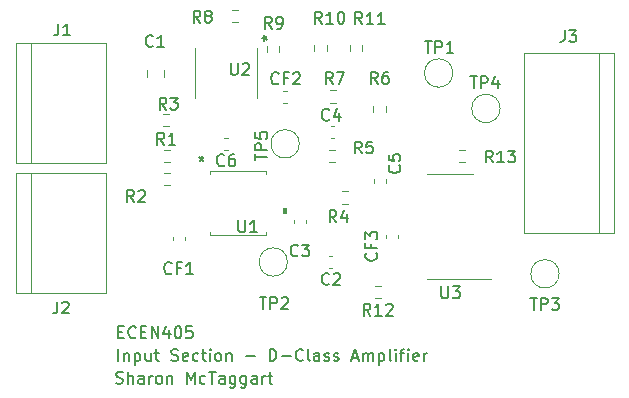
<source format=gto>
G04 #@! TF.GenerationSoftware,KiCad,Pcbnew,(5.1.9)-1*
G04 #@! TF.CreationDate,2021-08-16T02:32:57+12:00*
G04 #@! TF.ProjectId,Input,496e7075-742e-46b6-9963-61645f706362,rev?*
G04 #@! TF.SameCoordinates,Original*
G04 #@! TF.FileFunction,Legend,Top*
G04 #@! TF.FilePolarity,Positive*
%FSLAX46Y46*%
G04 Gerber Fmt 4.6, Leading zero omitted, Abs format (unit mm)*
G04 Created by KiCad (PCBNEW (5.1.9)-1) date 2021-08-16 02:32:57*
%MOMM*%
%LPD*%
G01*
G04 APERTURE LIST*
%ADD10C,0.150000*%
%ADD11C,0.120000*%
%ADD12C,0.100000*%
%ADD13R,0.533400X1.460500*%
%ADD14R,1.473200X0.355600*%
%ADD15C,2.000000*%
%ADD16C,3.000000*%
%ADD17R,3.000000X3.000000*%
%ADD18C,5.700000*%
G04 APERTURE END LIST*
D10*
X144678571Y387745238D02*
X144821428Y387697619D01*
X145059523Y387697619D01*
X145154761Y387745238D01*
X145202380Y387792857D01*
X145250000Y387888095D01*
X145250000Y387983333D01*
X145202380Y388078571D01*
X145154761Y388126190D01*
X145059523Y388173809D01*
X144869047Y388221428D01*
X144773809Y388269047D01*
X144726190Y388316666D01*
X144678571Y388411904D01*
X144678571Y388507142D01*
X144726190Y388602380D01*
X144773809Y388650000D01*
X144869047Y388697619D01*
X145107142Y388697619D01*
X145250000Y388650000D01*
X145678571Y387697619D02*
X145678571Y388697619D01*
X146107142Y387697619D02*
X146107142Y388221428D01*
X146059523Y388316666D01*
X145964285Y388364285D01*
X145821428Y388364285D01*
X145726190Y388316666D01*
X145678571Y388269047D01*
X147011904Y387697619D02*
X147011904Y388221428D01*
X146964285Y388316666D01*
X146869047Y388364285D01*
X146678571Y388364285D01*
X146583333Y388316666D01*
X147011904Y387745238D02*
X146916666Y387697619D01*
X146678571Y387697619D01*
X146583333Y387745238D01*
X146535714Y387840476D01*
X146535714Y387935714D01*
X146583333Y388030952D01*
X146678571Y388078571D01*
X146916666Y388078571D01*
X147011904Y388126190D01*
X147488095Y387697619D02*
X147488095Y388364285D01*
X147488095Y388173809D02*
X147535714Y388269047D01*
X147583333Y388316666D01*
X147678571Y388364285D01*
X147773809Y388364285D01*
X148250000Y387697619D02*
X148154761Y387745238D01*
X148107142Y387792857D01*
X148059523Y387888095D01*
X148059523Y388173809D01*
X148107142Y388269047D01*
X148154761Y388316666D01*
X148250000Y388364285D01*
X148392857Y388364285D01*
X148488095Y388316666D01*
X148535714Y388269047D01*
X148583333Y388173809D01*
X148583333Y387888095D01*
X148535714Y387792857D01*
X148488095Y387745238D01*
X148392857Y387697619D01*
X148250000Y387697619D01*
X149011904Y388364285D02*
X149011904Y387697619D01*
X149011904Y388269047D02*
X149059523Y388316666D01*
X149154761Y388364285D01*
X149297619Y388364285D01*
X149392857Y388316666D01*
X149440476Y388221428D01*
X149440476Y387697619D01*
X150678571Y387697619D02*
X150678571Y388697619D01*
X151011904Y387983333D01*
X151345238Y388697619D01*
X151345238Y387697619D01*
X152250000Y387745238D02*
X152154761Y387697619D01*
X151964285Y387697619D01*
X151869047Y387745238D01*
X151821428Y387792857D01*
X151773809Y387888095D01*
X151773809Y388173809D01*
X151821428Y388269047D01*
X151869047Y388316666D01*
X151964285Y388364285D01*
X152154761Y388364285D01*
X152250000Y388316666D01*
X152535714Y388697619D02*
X153107142Y388697619D01*
X152821428Y387697619D02*
X152821428Y388697619D01*
X153869047Y387697619D02*
X153869047Y388221428D01*
X153821428Y388316666D01*
X153726190Y388364285D01*
X153535714Y388364285D01*
X153440476Y388316666D01*
X153869047Y387745238D02*
X153773809Y387697619D01*
X153535714Y387697619D01*
X153440476Y387745238D01*
X153392857Y387840476D01*
X153392857Y387935714D01*
X153440476Y388030952D01*
X153535714Y388078571D01*
X153773809Y388078571D01*
X153869047Y388126190D01*
X154773809Y388364285D02*
X154773809Y387554761D01*
X154726190Y387459523D01*
X154678571Y387411904D01*
X154583333Y387364285D01*
X154440476Y387364285D01*
X154345238Y387411904D01*
X154773809Y387745238D02*
X154678571Y387697619D01*
X154488095Y387697619D01*
X154392857Y387745238D01*
X154345238Y387792857D01*
X154297619Y387888095D01*
X154297619Y388173809D01*
X154345238Y388269047D01*
X154392857Y388316666D01*
X154488095Y388364285D01*
X154678571Y388364285D01*
X154773809Y388316666D01*
X155678571Y388364285D02*
X155678571Y387554761D01*
X155630952Y387459523D01*
X155583333Y387411904D01*
X155488095Y387364285D01*
X155345238Y387364285D01*
X155250000Y387411904D01*
X155678571Y387745238D02*
X155583333Y387697619D01*
X155392857Y387697619D01*
X155297619Y387745238D01*
X155250000Y387792857D01*
X155202380Y387888095D01*
X155202380Y388173809D01*
X155250000Y388269047D01*
X155297619Y388316666D01*
X155392857Y388364285D01*
X155583333Y388364285D01*
X155678571Y388316666D01*
X156583333Y387697619D02*
X156583333Y388221428D01*
X156535714Y388316666D01*
X156440476Y388364285D01*
X156250000Y388364285D01*
X156154761Y388316666D01*
X156583333Y387745238D02*
X156488095Y387697619D01*
X156250000Y387697619D01*
X156154761Y387745238D01*
X156107142Y387840476D01*
X156107142Y387935714D01*
X156154761Y388030952D01*
X156250000Y388078571D01*
X156488095Y388078571D01*
X156583333Y388126190D01*
X157059523Y387697619D02*
X157059523Y388364285D01*
X157059523Y388173809D02*
X157107142Y388269047D01*
X157154761Y388316666D01*
X157250000Y388364285D01*
X157345238Y388364285D01*
X157535714Y388364285D02*
X157916666Y388364285D01*
X157678571Y388697619D02*
X157678571Y387840476D01*
X157726190Y387745238D01*
X157821428Y387697619D01*
X157916666Y387697619D01*
X144890000Y389627619D02*
X144890000Y390627619D01*
X145366190Y390294285D02*
X145366190Y389627619D01*
X145366190Y390199047D02*
X145413809Y390246666D01*
X145509047Y390294285D01*
X145651904Y390294285D01*
X145747142Y390246666D01*
X145794761Y390151428D01*
X145794761Y389627619D01*
X146270952Y390294285D02*
X146270952Y389294285D01*
X146270952Y390246666D02*
X146366190Y390294285D01*
X146556666Y390294285D01*
X146651904Y390246666D01*
X146699523Y390199047D01*
X146747142Y390103809D01*
X146747142Y389818095D01*
X146699523Y389722857D01*
X146651904Y389675238D01*
X146556666Y389627619D01*
X146366190Y389627619D01*
X146270952Y389675238D01*
X147604285Y390294285D02*
X147604285Y389627619D01*
X147175714Y390294285D02*
X147175714Y389770476D01*
X147223333Y389675238D01*
X147318571Y389627619D01*
X147461428Y389627619D01*
X147556666Y389675238D01*
X147604285Y389722857D01*
X147937619Y390294285D02*
X148318571Y390294285D01*
X148080476Y390627619D02*
X148080476Y389770476D01*
X148128095Y389675238D01*
X148223333Y389627619D01*
X148318571Y389627619D01*
X149366190Y389675238D02*
X149509047Y389627619D01*
X149747142Y389627619D01*
X149842380Y389675238D01*
X149890000Y389722857D01*
X149937619Y389818095D01*
X149937619Y389913333D01*
X149890000Y390008571D01*
X149842380Y390056190D01*
X149747142Y390103809D01*
X149556666Y390151428D01*
X149461428Y390199047D01*
X149413809Y390246666D01*
X149366190Y390341904D01*
X149366190Y390437142D01*
X149413809Y390532380D01*
X149461428Y390580000D01*
X149556666Y390627619D01*
X149794761Y390627619D01*
X149937619Y390580000D01*
X150747142Y389675238D02*
X150651904Y389627619D01*
X150461428Y389627619D01*
X150366190Y389675238D01*
X150318571Y389770476D01*
X150318571Y390151428D01*
X150366190Y390246666D01*
X150461428Y390294285D01*
X150651904Y390294285D01*
X150747142Y390246666D01*
X150794761Y390151428D01*
X150794761Y390056190D01*
X150318571Y389960952D01*
X151651904Y389675238D02*
X151556666Y389627619D01*
X151366190Y389627619D01*
X151270952Y389675238D01*
X151223333Y389722857D01*
X151175714Y389818095D01*
X151175714Y390103809D01*
X151223333Y390199047D01*
X151270952Y390246666D01*
X151366190Y390294285D01*
X151556666Y390294285D01*
X151651904Y390246666D01*
X151937619Y390294285D02*
X152318571Y390294285D01*
X152080476Y390627619D02*
X152080476Y389770476D01*
X152128095Y389675238D01*
X152223333Y389627619D01*
X152318571Y389627619D01*
X152651904Y389627619D02*
X152651904Y390294285D01*
X152651904Y390627619D02*
X152604285Y390580000D01*
X152651904Y390532380D01*
X152699523Y390580000D01*
X152651904Y390627619D01*
X152651904Y390532380D01*
X153270952Y389627619D02*
X153175714Y389675238D01*
X153128095Y389722857D01*
X153080476Y389818095D01*
X153080476Y390103809D01*
X153128095Y390199047D01*
X153175714Y390246666D01*
X153270952Y390294285D01*
X153413809Y390294285D01*
X153509047Y390246666D01*
X153556666Y390199047D01*
X153604285Y390103809D01*
X153604285Y389818095D01*
X153556666Y389722857D01*
X153509047Y389675238D01*
X153413809Y389627619D01*
X153270952Y389627619D01*
X154032857Y390294285D02*
X154032857Y389627619D01*
X154032857Y390199047D02*
X154080476Y390246666D01*
X154175714Y390294285D01*
X154318571Y390294285D01*
X154413809Y390246666D01*
X154461428Y390151428D01*
X154461428Y389627619D01*
X155699523Y390008571D02*
X156461428Y390008571D01*
X157699523Y389627619D02*
X157699523Y390627619D01*
X157937619Y390627619D01*
X158080476Y390580000D01*
X158175714Y390484761D01*
X158223333Y390389523D01*
X158270952Y390199047D01*
X158270952Y390056190D01*
X158223333Y389865714D01*
X158175714Y389770476D01*
X158080476Y389675238D01*
X157937619Y389627619D01*
X157699523Y389627619D01*
X158699523Y390008571D02*
X159461428Y390008571D01*
X160509047Y389722857D02*
X160461428Y389675238D01*
X160318571Y389627619D01*
X160223333Y389627619D01*
X160080476Y389675238D01*
X159985238Y389770476D01*
X159937619Y389865714D01*
X159890000Y390056190D01*
X159890000Y390199047D01*
X159937619Y390389523D01*
X159985238Y390484761D01*
X160080476Y390580000D01*
X160223333Y390627619D01*
X160318571Y390627619D01*
X160461428Y390580000D01*
X160509047Y390532380D01*
X161080476Y389627619D02*
X160985238Y389675238D01*
X160937619Y389770476D01*
X160937619Y390627619D01*
X161890000Y389627619D02*
X161890000Y390151428D01*
X161842380Y390246666D01*
X161747142Y390294285D01*
X161556666Y390294285D01*
X161461428Y390246666D01*
X161890000Y389675238D02*
X161794761Y389627619D01*
X161556666Y389627619D01*
X161461428Y389675238D01*
X161413809Y389770476D01*
X161413809Y389865714D01*
X161461428Y389960952D01*
X161556666Y390008571D01*
X161794761Y390008571D01*
X161890000Y390056190D01*
X162318571Y389675238D02*
X162413809Y389627619D01*
X162604285Y389627619D01*
X162699523Y389675238D01*
X162747142Y389770476D01*
X162747142Y389818095D01*
X162699523Y389913333D01*
X162604285Y389960952D01*
X162461428Y389960952D01*
X162366190Y390008571D01*
X162318571Y390103809D01*
X162318571Y390151428D01*
X162366190Y390246666D01*
X162461428Y390294285D01*
X162604285Y390294285D01*
X162699523Y390246666D01*
X163128095Y389675238D02*
X163223333Y389627619D01*
X163413809Y389627619D01*
X163509047Y389675238D01*
X163556666Y389770476D01*
X163556666Y389818095D01*
X163509047Y389913333D01*
X163413809Y389960952D01*
X163270952Y389960952D01*
X163175714Y390008571D01*
X163128095Y390103809D01*
X163128095Y390151428D01*
X163175714Y390246666D01*
X163270952Y390294285D01*
X163413809Y390294285D01*
X163509047Y390246666D01*
X164699523Y389913333D02*
X165175714Y389913333D01*
X164604285Y389627619D02*
X164937619Y390627619D01*
X165270952Y389627619D01*
X165604285Y389627619D02*
X165604285Y390294285D01*
X165604285Y390199047D02*
X165651904Y390246666D01*
X165747142Y390294285D01*
X165890000Y390294285D01*
X165985238Y390246666D01*
X166032857Y390151428D01*
X166032857Y389627619D01*
X166032857Y390151428D02*
X166080476Y390246666D01*
X166175714Y390294285D01*
X166318571Y390294285D01*
X166413809Y390246666D01*
X166461428Y390151428D01*
X166461428Y389627619D01*
X166937619Y390294285D02*
X166937619Y389294285D01*
X166937619Y390246666D02*
X167032857Y390294285D01*
X167223333Y390294285D01*
X167318571Y390246666D01*
X167366190Y390199047D01*
X167413809Y390103809D01*
X167413809Y389818095D01*
X167366190Y389722857D01*
X167318571Y389675238D01*
X167223333Y389627619D01*
X167032857Y389627619D01*
X166937619Y389675238D01*
X167985238Y389627619D02*
X167890000Y389675238D01*
X167842380Y389770476D01*
X167842380Y390627619D01*
X168366190Y389627619D02*
X168366190Y390294285D01*
X168366190Y390627619D02*
X168318571Y390580000D01*
X168366190Y390532380D01*
X168413809Y390580000D01*
X168366190Y390627619D01*
X168366190Y390532380D01*
X168699523Y390294285D02*
X169080476Y390294285D01*
X168842380Y389627619D02*
X168842380Y390484761D01*
X168890000Y390580000D01*
X168985238Y390627619D01*
X169080476Y390627619D01*
X169413809Y389627619D02*
X169413809Y390294285D01*
X169413809Y390627619D02*
X169366190Y390580000D01*
X169413809Y390532380D01*
X169461428Y390580000D01*
X169413809Y390627619D01*
X169413809Y390532380D01*
X170270952Y389675238D02*
X170175714Y389627619D01*
X169985238Y389627619D01*
X169890000Y389675238D01*
X169842380Y389770476D01*
X169842380Y390151428D01*
X169890000Y390246666D01*
X169985238Y390294285D01*
X170175714Y390294285D01*
X170270952Y390246666D01*
X170318571Y390151428D01*
X170318571Y390056190D01*
X169842380Y389960952D01*
X170747142Y389627619D02*
X170747142Y390294285D01*
X170747142Y390103809D02*
X170794761Y390199047D01*
X170842380Y390246666D01*
X170937619Y390294285D01*
X171032857Y390294285D01*
X144880952Y392071428D02*
X145214285Y392071428D01*
X145357142Y391547619D02*
X144880952Y391547619D01*
X144880952Y392547619D01*
X145357142Y392547619D01*
X146357142Y391642857D02*
X146309523Y391595238D01*
X146166666Y391547619D01*
X146071428Y391547619D01*
X145928571Y391595238D01*
X145833333Y391690476D01*
X145785714Y391785714D01*
X145738095Y391976190D01*
X145738095Y392119047D01*
X145785714Y392309523D01*
X145833333Y392404761D01*
X145928571Y392500000D01*
X146071428Y392547619D01*
X146166666Y392547619D01*
X146309523Y392500000D01*
X146357142Y392452380D01*
X146785714Y392071428D02*
X147119047Y392071428D01*
X147261904Y391547619D02*
X146785714Y391547619D01*
X146785714Y392547619D01*
X147261904Y392547619D01*
X147690476Y391547619D02*
X147690476Y392547619D01*
X148261904Y391547619D01*
X148261904Y392547619D01*
X149166666Y392214285D02*
X149166666Y391547619D01*
X148928571Y392595238D02*
X148690476Y391880952D01*
X149309523Y391880952D01*
X149880952Y392547619D02*
X149976190Y392547619D01*
X150071428Y392500000D01*
X150119047Y392452380D01*
X150166666Y392357142D01*
X150214285Y392166666D01*
X150214285Y391928571D01*
X150166666Y391738095D01*
X150119047Y391642857D01*
X150071428Y391595238D01*
X149976190Y391547619D01*
X149880952Y391547619D01*
X149785714Y391595238D01*
X149738095Y391642857D01*
X149690476Y391738095D01*
X149642857Y391928571D01*
X149642857Y392166666D01*
X149690476Y392357142D01*
X149738095Y392452380D01*
X149785714Y392500000D01*
X149880952Y392547619D01*
X151119047Y392547619D02*
X150642857Y392547619D01*
X150595238Y392071428D01*
X150642857Y392119047D01*
X150738095Y392166666D01*
X150976190Y392166666D01*
X151071428Y392119047D01*
X151119047Y392071428D01*
X151166666Y391976190D01*
X151166666Y391738095D01*
X151119047Y391642857D01*
X151071428Y391595238D01*
X150976190Y391547619D01*
X150738095Y391547619D01*
X150642857Y391595238D01*
X150595238Y391642857D01*
D11*
X148745276Y407522500D02*
X149254724Y407522500D01*
X148745276Y406477500D02*
X149254724Y406477500D01*
X149254724Y404477500D02*
X148745276Y404477500D01*
X149254724Y405522500D02*
X148745276Y405522500D01*
X150510000Y400146267D02*
X150510000Y399853733D01*
X149490000Y400146267D02*
X149490000Y399853733D01*
X157477500Y415745276D02*
X157477500Y416254724D01*
X158522500Y415745276D02*
X158522500Y416254724D01*
X154146267Y407490000D02*
X153853733Y407490000D01*
X154146267Y408510000D02*
X153853733Y408510000D01*
X167550000Y399993733D02*
X167550000Y400286267D01*
X168570000Y399993733D02*
X168570000Y400286267D01*
X158853733Y412510000D02*
X159146267Y412510000D01*
X158853733Y411490000D02*
X159146267Y411490000D01*
X173000000Y405435000D02*
X171050000Y405435000D01*
X173000000Y405435000D02*
X174950000Y405435000D01*
X173000000Y396565000D02*
X171050000Y396565000D01*
X173000000Y396565000D02*
X176450000Y396565000D01*
X151371100Y416120900D02*
X151371100Y411879100D01*
X156628900Y411879100D02*
X156628900Y416120900D01*
X152625100Y400320300D02*
X157374900Y400320300D01*
X157374900Y400320300D02*
X157374900Y400539459D01*
X157374900Y405679700D02*
X152625100Y405679700D01*
X152625100Y405679700D02*
X152625100Y405460541D01*
X152625100Y400539461D02*
X152625100Y400320300D01*
X157374900Y405460539D02*
X157374900Y405679700D01*
D12*
G36*
X159064000Y402540501D02*
G01*
X159064000Y402159501D01*
X158810000Y402159501D01*
X158810000Y402540501D01*
X159064000Y402540501D01*
G37*
X159064000Y402540501D02*
X159064000Y402159501D01*
X158810000Y402159501D01*
X158810000Y402540501D01*
X159064000Y402540501D01*
D11*
X160200000Y408000000D02*
G75*
G03*
X160200000Y408000000I-1200000J0D01*
G01*
X177200000Y411000000D02*
G75*
G03*
X177200000Y411000000I-1200000J0D01*
G01*
X182200000Y397000000D02*
G75*
G03*
X182200000Y397000000I-1200000J0D01*
G01*
X159200000Y398000000D02*
G75*
G03*
X159200000Y398000000I-1200000J0D01*
G01*
X173200000Y414000000D02*
G75*
G03*
X173200000Y414000000I-1200000J0D01*
G01*
X173745276Y407522500D02*
X174254724Y407522500D01*
X173745276Y406477500D02*
X174254724Y406477500D01*
X166627776Y396002500D02*
X167137224Y396002500D01*
X166627776Y394957500D02*
X167137224Y394957500D01*
X165522500Y416342224D02*
X165522500Y415832776D01*
X164477500Y416342224D02*
X164477500Y415832776D01*
X162522500Y416342224D02*
X162522500Y415832776D01*
X161477500Y416342224D02*
X161477500Y415832776D01*
X155022224Y419372500D02*
X154512776Y419372500D01*
X155022224Y418327500D02*
X154512776Y418327500D01*
X162832776Y412522500D02*
X163342224Y412522500D01*
X162832776Y411477500D02*
X163342224Y411477500D01*
X167522500Y411167224D02*
X167522500Y410657776D01*
X166477500Y411167224D02*
X166477500Y410657776D01*
X162745276Y407522500D02*
X163254724Y407522500D01*
X162745276Y406477500D02*
X163254724Y406477500D01*
X164287924Y402931100D02*
X163778476Y402931100D01*
X164287924Y403976100D02*
X163778476Y403976100D01*
X149167224Y409477500D02*
X148657776Y409477500D01*
X149167224Y410522500D02*
X148657776Y410522500D01*
X186810000Y400460000D02*
X179190000Y400460000D01*
X186810000Y415700000D02*
X179190000Y415700000D01*
X185540000Y400460000D02*
X185540000Y415700000D01*
X179190000Y400460000D02*
X179190000Y415700000D01*
X186810000Y400460000D02*
X186810000Y415700000D01*
X137460000Y395380000D02*
X137460000Y405540000D01*
X136190000Y395380000D02*
X143810000Y395380000D01*
X143810000Y395380000D02*
X143810000Y405540000D01*
X143810000Y405540000D02*
X136190000Y405540000D01*
X136190000Y405540000D02*
X136190000Y395380000D01*
X137460000Y406380000D02*
X137460000Y416540000D01*
X136190000Y406380000D02*
X143810000Y406380000D01*
X143810000Y406380000D02*
X143810000Y416540000D01*
X143810000Y416540000D02*
X136190000Y416540000D01*
X136190000Y416540000D02*
X136190000Y406380000D01*
X167510000Y405008767D02*
X167510000Y404716233D01*
X166490000Y405008767D02*
X166490000Y404716233D01*
X162853733Y409510000D02*
X163146267Y409510000D01*
X162853733Y408490000D02*
X163146267Y408490000D01*
X160733200Y401567867D02*
X160733200Y401275333D01*
X159713200Y401567867D02*
X159713200Y401275333D01*
X163008767Y397490000D02*
X162716233Y397490000D01*
X163008767Y398510000D02*
X162716233Y398510000D01*
X147265000Y413701248D02*
X147265000Y414223752D01*
X148735000Y413701248D02*
X148735000Y414223752D01*
D10*
X148763333Y407937619D02*
X148430000Y408413809D01*
X148191904Y407937619D02*
X148191904Y408937619D01*
X148572857Y408937619D01*
X148668095Y408890000D01*
X148715714Y408842380D01*
X148763333Y408747142D01*
X148763333Y408604285D01*
X148715714Y408509047D01*
X148668095Y408461428D01*
X148572857Y408413809D01*
X148191904Y408413809D01*
X149715714Y407937619D02*
X149144285Y407937619D01*
X149430000Y407937619D02*
X149430000Y408937619D01*
X149334761Y408794761D01*
X149239523Y408699523D01*
X149144285Y408651904D01*
X146193333Y403077619D02*
X145860000Y403553809D01*
X145621904Y403077619D02*
X145621904Y404077619D01*
X146002857Y404077619D01*
X146098095Y404030000D01*
X146145714Y403982380D01*
X146193333Y403887142D01*
X146193333Y403744285D01*
X146145714Y403649047D01*
X146098095Y403601428D01*
X146002857Y403553809D01*
X145621904Y403553809D01*
X146574285Y403982380D02*
X146621904Y404030000D01*
X146717142Y404077619D01*
X146955238Y404077619D01*
X147050476Y404030000D01*
X147098095Y403982380D01*
X147145714Y403887142D01*
X147145714Y403791904D01*
X147098095Y403649047D01*
X146526666Y403077619D01*
X147145714Y403077619D01*
X149384761Y397072857D02*
X149337142Y397025238D01*
X149194285Y396977619D01*
X149099047Y396977619D01*
X148956190Y397025238D01*
X148860952Y397120476D01*
X148813333Y397215714D01*
X148765714Y397406190D01*
X148765714Y397549047D01*
X148813333Y397739523D01*
X148860952Y397834761D01*
X148956190Y397930000D01*
X149099047Y397977619D01*
X149194285Y397977619D01*
X149337142Y397930000D01*
X149384761Y397882380D01*
X150146666Y397501428D02*
X149813333Y397501428D01*
X149813333Y396977619D02*
X149813333Y397977619D01*
X150289523Y397977619D01*
X151194285Y396977619D02*
X150622857Y396977619D01*
X150908571Y396977619D02*
X150908571Y397977619D01*
X150813333Y397834761D01*
X150718095Y397739523D01*
X150622857Y397691904D01*
X157873333Y417757619D02*
X157540000Y418233809D01*
X157301904Y417757619D02*
X157301904Y418757619D01*
X157682857Y418757619D01*
X157778095Y418710000D01*
X157825714Y418662380D01*
X157873333Y418567142D01*
X157873333Y418424285D01*
X157825714Y418329047D01*
X157778095Y418281428D01*
X157682857Y418233809D01*
X157301904Y418233809D01*
X158349523Y417757619D02*
X158540000Y417757619D01*
X158635238Y417805238D01*
X158682857Y417852857D01*
X158778095Y417995714D01*
X158825714Y418186190D01*
X158825714Y418567142D01*
X158778095Y418662380D01*
X158730476Y418710000D01*
X158635238Y418757619D01*
X158444761Y418757619D01*
X158349523Y418710000D01*
X158301904Y418662380D01*
X158254285Y418567142D01*
X158254285Y418329047D01*
X158301904Y418233809D01*
X158349523Y418186190D01*
X158444761Y418138571D01*
X158635238Y418138571D01*
X158730476Y418186190D01*
X158778095Y418233809D01*
X158825714Y418329047D01*
X153833333Y406212857D02*
X153785714Y406165238D01*
X153642857Y406117619D01*
X153547619Y406117619D01*
X153404761Y406165238D01*
X153309523Y406260476D01*
X153261904Y406355714D01*
X153214285Y406546190D01*
X153214285Y406689047D01*
X153261904Y406879523D01*
X153309523Y406974761D01*
X153404761Y407070000D01*
X153547619Y407117619D01*
X153642857Y407117619D01*
X153785714Y407070000D01*
X153833333Y407022380D01*
X154690476Y407117619D02*
X154500000Y407117619D01*
X154404761Y407070000D01*
X154357142Y407022380D01*
X154261904Y406879523D01*
X154214285Y406689047D01*
X154214285Y406308095D01*
X154261904Y406212857D01*
X154309523Y406165238D01*
X154404761Y406117619D01*
X154595238Y406117619D01*
X154690476Y406165238D01*
X154738095Y406212857D01*
X154785714Y406308095D01*
X154785714Y406546190D01*
X154738095Y406641428D01*
X154690476Y406689047D01*
X154595238Y406736666D01*
X154404761Y406736666D01*
X154309523Y406689047D01*
X154261904Y406641428D01*
X154214285Y406546190D01*
X166707142Y398744761D02*
X166754761Y398697142D01*
X166802380Y398554285D01*
X166802380Y398459047D01*
X166754761Y398316190D01*
X166659523Y398220952D01*
X166564285Y398173333D01*
X166373809Y398125714D01*
X166230952Y398125714D01*
X166040476Y398173333D01*
X165945238Y398220952D01*
X165850000Y398316190D01*
X165802380Y398459047D01*
X165802380Y398554285D01*
X165850000Y398697142D01*
X165897619Y398744761D01*
X166278571Y399506666D02*
X166278571Y399173333D01*
X166802380Y399173333D02*
X165802380Y399173333D01*
X165802380Y399649523D01*
X165802380Y399935238D02*
X165802380Y400554285D01*
X166183333Y400220952D01*
X166183333Y400363809D01*
X166230952Y400459047D01*
X166278571Y400506666D01*
X166373809Y400554285D01*
X166611904Y400554285D01*
X166707142Y400506666D01*
X166754761Y400459047D01*
X166802380Y400363809D01*
X166802380Y400078095D01*
X166754761Y399982857D01*
X166707142Y399935238D01*
X158444761Y413142857D02*
X158397142Y413095238D01*
X158254285Y413047619D01*
X158159047Y413047619D01*
X158016190Y413095238D01*
X157920952Y413190476D01*
X157873333Y413285714D01*
X157825714Y413476190D01*
X157825714Y413619047D01*
X157873333Y413809523D01*
X157920952Y413904761D01*
X158016190Y414000000D01*
X158159047Y414047619D01*
X158254285Y414047619D01*
X158397142Y414000000D01*
X158444761Y413952380D01*
X159206666Y413571428D02*
X158873333Y413571428D01*
X158873333Y413047619D02*
X158873333Y414047619D01*
X159349523Y414047619D01*
X159682857Y413952380D02*
X159730476Y414000000D01*
X159825714Y414047619D01*
X160063809Y414047619D01*
X160159047Y414000000D01*
X160206666Y413952380D01*
X160254285Y413857142D01*
X160254285Y413761904D01*
X160206666Y413619047D01*
X159635238Y413047619D01*
X160254285Y413047619D01*
X172228095Y395927619D02*
X172228095Y395118095D01*
X172275714Y395022857D01*
X172323333Y394975238D01*
X172418571Y394927619D01*
X172609047Y394927619D01*
X172704285Y394975238D01*
X172751904Y395022857D01*
X172799523Y395118095D01*
X172799523Y395927619D01*
X173180476Y395927619D02*
X173799523Y395927619D01*
X173466190Y395546666D01*
X173609047Y395546666D01*
X173704285Y395499047D01*
X173751904Y395451428D01*
X173799523Y395356190D01*
X173799523Y395118095D01*
X173751904Y395022857D01*
X173704285Y394975238D01*
X173609047Y394927619D01*
X173323333Y394927619D01*
X173228095Y394975238D01*
X173180476Y395022857D01*
X154398095Y414847619D02*
X154398095Y414038095D01*
X154445714Y413942857D01*
X154493333Y413895238D01*
X154588571Y413847619D01*
X154779047Y413847619D01*
X154874285Y413895238D01*
X154921904Y413942857D01*
X154969523Y414038095D01*
X154969523Y414847619D01*
X155398095Y414752380D02*
X155445714Y414800000D01*
X155540952Y414847619D01*
X155779047Y414847619D01*
X155874285Y414800000D01*
X155921904Y414752380D01*
X155969523Y414657142D01*
X155969523Y414561904D01*
X155921904Y414419047D01*
X155350476Y413847619D01*
X155969523Y413847619D01*
X157033780Y416978150D02*
X157271876Y416978150D01*
X157176638Y416740054D02*
X157271876Y416978150D01*
X157176638Y417216245D01*
X157462352Y416835292D02*
X157271876Y416978150D01*
X157462352Y417121007D01*
X157033780Y416978150D02*
X157271876Y416978150D01*
X157176638Y416740054D02*
X157271876Y416978150D01*
X157176638Y417216245D01*
X157462352Y416835292D02*
X157271876Y416978150D01*
X157462352Y417121007D01*
X155048095Y401527619D02*
X155048095Y400718095D01*
X155095714Y400622857D01*
X155143333Y400575238D01*
X155238571Y400527619D01*
X155429047Y400527619D01*
X155524285Y400575238D01*
X155571904Y400622857D01*
X155619523Y400718095D01*
X155619523Y401527619D01*
X156619523Y400527619D02*
X156048095Y400527619D01*
X156333809Y400527619D02*
X156333809Y401527619D01*
X156238571Y401384761D01*
X156143333Y401289523D01*
X156048095Y401241904D01*
X151926600Y406996219D02*
X151926600Y406758123D01*
X151688504Y406853361D02*
X151926600Y406758123D01*
X152164695Y406853361D01*
X151783742Y406567647D02*
X151926600Y406758123D01*
X152069457Y406567647D01*
X151926600Y406996219D02*
X151926600Y406758123D01*
X151688504Y406853361D02*
X151926600Y406758123D01*
X152164695Y406853361D01*
X151783742Y406567647D02*
X151926600Y406758123D01*
X152069457Y406567647D01*
X156472380Y406598095D02*
X156472380Y407169523D01*
X157472380Y406883809D02*
X156472380Y406883809D01*
X157472380Y407502857D02*
X156472380Y407502857D01*
X156472380Y407883809D01*
X156520000Y407979047D01*
X156567619Y408026666D01*
X156662857Y408074285D01*
X156805714Y408074285D01*
X156900952Y408026666D01*
X156948571Y407979047D01*
X156996190Y407883809D01*
X156996190Y407502857D01*
X156472380Y408979047D02*
X156472380Y408502857D01*
X156948571Y408455238D01*
X156900952Y408502857D01*
X156853333Y408598095D01*
X156853333Y408836190D01*
X156900952Y408931428D01*
X156948571Y408979047D01*
X157043809Y409026666D01*
X157281904Y409026666D01*
X157377142Y408979047D01*
X157424761Y408931428D01*
X157472380Y408836190D01*
X157472380Y408598095D01*
X157424761Y408502857D01*
X157377142Y408455238D01*
X174678095Y413707619D02*
X175249523Y413707619D01*
X174963809Y412707619D02*
X174963809Y413707619D01*
X175582857Y412707619D02*
X175582857Y413707619D01*
X175963809Y413707619D01*
X176059047Y413660000D01*
X176106666Y413612380D01*
X176154285Y413517142D01*
X176154285Y413374285D01*
X176106666Y413279047D01*
X176059047Y413231428D01*
X175963809Y413183809D01*
X175582857Y413183809D01*
X177011428Y413374285D02*
X177011428Y412707619D01*
X176773333Y413755238D02*
X176535238Y413040952D01*
X177154285Y413040952D01*
X179748095Y394947619D02*
X180319523Y394947619D01*
X180033809Y393947619D02*
X180033809Y394947619D01*
X180652857Y393947619D02*
X180652857Y394947619D01*
X181033809Y394947619D01*
X181129047Y394900000D01*
X181176666Y394852380D01*
X181224285Y394757142D01*
X181224285Y394614285D01*
X181176666Y394519047D01*
X181129047Y394471428D01*
X181033809Y394423809D01*
X180652857Y394423809D01*
X181557619Y394947619D02*
X182176666Y394947619D01*
X181843333Y394566666D01*
X181986190Y394566666D01*
X182081428Y394519047D01*
X182129047Y394471428D01*
X182176666Y394376190D01*
X182176666Y394138095D01*
X182129047Y394042857D01*
X182081428Y393995238D01*
X181986190Y393947619D01*
X181700476Y393947619D01*
X181605238Y393995238D01*
X181557619Y394042857D01*
X156848095Y395017619D02*
X157419523Y395017619D01*
X157133809Y394017619D02*
X157133809Y395017619D01*
X157752857Y394017619D02*
X157752857Y395017619D01*
X158133809Y395017619D01*
X158229047Y394970000D01*
X158276666Y394922380D01*
X158324285Y394827142D01*
X158324285Y394684285D01*
X158276666Y394589047D01*
X158229047Y394541428D01*
X158133809Y394493809D01*
X157752857Y394493809D01*
X158705238Y394922380D02*
X158752857Y394970000D01*
X158848095Y395017619D01*
X159086190Y395017619D01*
X159181428Y394970000D01*
X159229047Y394922380D01*
X159276666Y394827142D01*
X159276666Y394731904D01*
X159229047Y394589047D01*
X158657619Y394017619D01*
X159276666Y394017619D01*
X170828095Y416707619D02*
X171399523Y416707619D01*
X171113809Y415707619D02*
X171113809Y416707619D01*
X171732857Y415707619D02*
X171732857Y416707619D01*
X172113809Y416707619D01*
X172209047Y416660000D01*
X172256666Y416612380D01*
X172304285Y416517142D01*
X172304285Y416374285D01*
X172256666Y416279047D01*
X172209047Y416231428D01*
X172113809Y416183809D01*
X171732857Y416183809D01*
X173256666Y415707619D02*
X172685238Y415707619D01*
X172970952Y415707619D02*
X172970952Y416707619D01*
X172875714Y416564761D01*
X172780476Y416469523D01*
X172685238Y416421904D01*
X176587142Y406437619D02*
X176253809Y406913809D01*
X176015714Y406437619D02*
X176015714Y407437619D01*
X176396666Y407437619D01*
X176491904Y407390000D01*
X176539523Y407342380D01*
X176587142Y407247142D01*
X176587142Y407104285D01*
X176539523Y407009047D01*
X176491904Y406961428D01*
X176396666Y406913809D01*
X176015714Y406913809D01*
X177539523Y406437619D02*
X176968095Y406437619D01*
X177253809Y406437619D02*
X177253809Y407437619D01*
X177158571Y407294761D01*
X177063333Y407199523D01*
X176968095Y407151904D01*
X177872857Y407437619D02*
X178491904Y407437619D01*
X178158571Y407056666D01*
X178301428Y407056666D01*
X178396666Y407009047D01*
X178444285Y406961428D01*
X178491904Y406866190D01*
X178491904Y406628095D01*
X178444285Y406532857D01*
X178396666Y406485238D01*
X178301428Y406437619D01*
X178015714Y406437619D01*
X177920476Y406485238D01*
X177872857Y406532857D01*
X166229642Y393467619D02*
X165896309Y393943809D01*
X165658214Y393467619D02*
X165658214Y394467619D01*
X166039166Y394467619D01*
X166134404Y394420000D01*
X166182023Y394372380D01*
X166229642Y394277142D01*
X166229642Y394134285D01*
X166182023Y394039047D01*
X166134404Y393991428D01*
X166039166Y393943809D01*
X165658214Y393943809D01*
X167182023Y393467619D02*
X166610595Y393467619D01*
X166896309Y393467619D02*
X166896309Y394467619D01*
X166801071Y394324761D01*
X166705833Y394229523D01*
X166610595Y394181904D01*
X167562976Y394372380D02*
X167610595Y394420000D01*
X167705833Y394467619D01*
X167943928Y394467619D01*
X168039166Y394420000D01*
X168086785Y394372380D01*
X168134404Y394277142D01*
X168134404Y394181904D01*
X168086785Y394039047D01*
X167515357Y393467619D01*
X168134404Y393467619D01*
X165527142Y418147619D02*
X165193809Y418623809D01*
X164955714Y418147619D02*
X164955714Y419147619D01*
X165336666Y419147619D01*
X165431904Y419100000D01*
X165479523Y419052380D01*
X165527142Y418957142D01*
X165527142Y418814285D01*
X165479523Y418719047D01*
X165431904Y418671428D01*
X165336666Y418623809D01*
X164955714Y418623809D01*
X166479523Y418147619D02*
X165908095Y418147619D01*
X166193809Y418147619D02*
X166193809Y419147619D01*
X166098571Y419004761D01*
X166003333Y418909523D01*
X165908095Y418861904D01*
X167431904Y418147619D02*
X166860476Y418147619D01*
X167146190Y418147619D02*
X167146190Y419147619D01*
X167050952Y419004761D01*
X166955714Y418909523D01*
X166860476Y418861904D01*
X162117142Y418187619D02*
X161783809Y418663809D01*
X161545714Y418187619D02*
X161545714Y419187619D01*
X161926666Y419187619D01*
X162021904Y419140000D01*
X162069523Y419092380D01*
X162117142Y418997142D01*
X162117142Y418854285D01*
X162069523Y418759047D01*
X162021904Y418711428D01*
X161926666Y418663809D01*
X161545714Y418663809D01*
X163069523Y418187619D02*
X162498095Y418187619D01*
X162783809Y418187619D02*
X162783809Y419187619D01*
X162688571Y419044761D01*
X162593333Y418949523D01*
X162498095Y418901904D01*
X163688571Y419187619D02*
X163783809Y419187619D01*
X163879047Y419140000D01*
X163926666Y419092380D01*
X163974285Y418997142D01*
X164021904Y418806666D01*
X164021904Y418568571D01*
X163974285Y418378095D01*
X163926666Y418282857D01*
X163879047Y418235238D01*
X163783809Y418187619D01*
X163688571Y418187619D01*
X163593333Y418235238D01*
X163545714Y418282857D01*
X163498095Y418378095D01*
X163450476Y418568571D01*
X163450476Y418806666D01*
X163498095Y418997142D01*
X163545714Y419092380D01*
X163593333Y419140000D01*
X163688571Y419187619D01*
X151823333Y418267619D02*
X151490000Y418743809D01*
X151251904Y418267619D02*
X151251904Y419267619D01*
X151632857Y419267619D01*
X151728095Y419220000D01*
X151775714Y419172380D01*
X151823333Y419077142D01*
X151823333Y418934285D01*
X151775714Y418839047D01*
X151728095Y418791428D01*
X151632857Y418743809D01*
X151251904Y418743809D01*
X152394761Y418839047D02*
X152299523Y418886666D01*
X152251904Y418934285D01*
X152204285Y419029523D01*
X152204285Y419077142D01*
X152251904Y419172380D01*
X152299523Y419220000D01*
X152394761Y419267619D01*
X152585238Y419267619D01*
X152680476Y419220000D01*
X152728095Y419172380D01*
X152775714Y419077142D01*
X152775714Y419029523D01*
X152728095Y418934285D01*
X152680476Y418886666D01*
X152585238Y418839047D01*
X152394761Y418839047D01*
X152299523Y418791428D01*
X152251904Y418743809D01*
X152204285Y418648571D01*
X152204285Y418458095D01*
X152251904Y418362857D01*
X152299523Y418315238D01*
X152394761Y418267619D01*
X152585238Y418267619D01*
X152680476Y418315238D01*
X152728095Y418362857D01*
X152775714Y418458095D01*
X152775714Y418648571D01*
X152728095Y418743809D01*
X152680476Y418791428D01*
X152585238Y418839047D01*
X163023333Y413087619D02*
X162690000Y413563809D01*
X162451904Y413087619D02*
X162451904Y414087619D01*
X162832857Y414087619D01*
X162928095Y414040000D01*
X162975714Y413992380D01*
X163023333Y413897142D01*
X163023333Y413754285D01*
X162975714Y413659047D01*
X162928095Y413611428D01*
X162832857Y413563809D01*
X162451904Y413563809D01*
X163356666Y414087619D02*
X164023333Y414087619D01*
X163594761Y413087619D01*
X166823333Y413087619D02*
X166490000Y413563809D01*
X166251904Y413087619D02*
X166251904Y414087619D01*
X166632857Y414087619D01*
X166728095Y414040000D01*
X166775714Y413992380D01*
X166823333Y413897142D01*
X166823333Y413754285D01*
X166775714Y413659047D01*
X166728095Y413611428D01*
X166632857Y413563809D01*
X166251904Y413563809D01*
X167680476Y414087619D02*
X167490000Y414087619D01*
X167394761Y414040000D01*
X167347142Y413992380D01*
X167251904Y413849523D01*
X167204285Y413659047D01*
X167204285Y413278095D01*
X167251904Y413182857D01*
X167299523Y413135238D01*
X167394761Y413087619D01*
X167585238Y413087619D01*
X167680476Y413135238D01*
X167728095Y413182857D01*
X167775714Y413278095D01*
X167775714Y413516190D01*
X167728095Y413611428D01*
X167680476Y413659047D01*
X167585238Y413706666D01*
X167394761Y413706666D01*
X167299523Y413659047D01*
X167251904Y413611428D01*
X167204285Y413516190D01*
X165473333Y407187619D02*
X165140000Y407663809D01*
X164901904Y407187619D02*
X164901904Y408187619D01*
X165282857Y408187619D01*
X165378095Y408140000D01*
X165425714Y408092380D01*
X165473333Y407997142D01*
X165473333Y407854285D01*
X165425714Y407759047D01*
X165378095Y407711428D01*
X165282857Y407663809D01*
X164901904Y407663809D01*
X166378095Y408187619D02*
X165901904Y408187619D01*
X165854285Y407711428D01*
X165901904Y407759047D01*
X165997142Y407806666D01*
X166235238Y407806666D01*
X166330476Y407759047D01*
X166378095Y407711428D01*
X166425714Y407616190D01*
X166425714Y407378095D01*
X166378095Y407282857D01*
X166330476Y407235238D01*
X166235238Y407187619D01*
X165997142Y407187619D01*
X165901904Y407235238D01*
X165854285Y407282857D01*
X163343333Y401367619D02*
X163010000Y401843809D01*
X162771904Y401367619D02*
X162771904Y402367619D01*
X163152857Y402367619D01*
X163248095Y402320000D01*
X163295714Y402272380D01*
X163343333Y402177142D01*
X163343333Y402034285D01*
X163295714Y401939047D01*
X163248095Y401891428D01*
X163152857Y401843809D01*
X162771904Y401843809D01*
X164200476Y402034285D02*
X164200476Y401367619D01*
X163962380Y402415238D02*
X163724285Y401700952D01*
X164343333Y401700952D01*
X148943333Y410907619D02*
X148610000Y411383809D01*
X148371904Y410907619D02*
X148371904Y411907619D01*
X148752857Y411907619D01*
X148848095Y411860000D01*
X148895714Y411812380D01*
X148943333Y411717142D01*
X148943333Y411574285D01*
X148895714Y411479047D01*
X148848095Y411431428D01*
X148752857Y411383809D01*
X148371904Y411383809D01*
X149276666Y411907619D02*
X149895714Y411907619D01*
X149562380Y411526666D01*
X149705238Y411526666D01*
X149800476Y411479047D01*
X149848095Y411431428D01*
X149895714Y411336190D01*
X149895714Y411098095D01*
X149848095Y411002857D01*
X149800476Y410955238D01*
X149705238Y410907619D01*
X149419523Y410907619D01*
X149324285Y410955238D01*
X149276666Y411002857D01*
X182656666Y417627619D02*
X182656666Y416913333D01*
X182609047Y416770476D01*
X182513809Y416675238D01*
X182370952Y416627619D01*
X182275714Y416627619D01*
X183037619Y417627619D02*
X183656666Y417627619D01*
X183323333Y417246666D01*
X183466190Y417246666D01*
X183561428Y417199047D01*
X183609047Y417151428D01*
X183656666Y417056190D01*
X183656666Y416818095D01*
X183609047Y416722857D01*
X183561428Y416675238D01*
X183466190Y416627619D01*
X183180476Y416627619D01*
X183085238Y416675238D01*
X183037619Y416722857D01*
X139706666Y394647619D02*
X139706666Y393933333D01*
X139659047Y393790476D01*
X139563809Y393695238D01*
X139420952Y393647619D01*
X139325714Y393647619D01*
X140135238Y394552380D02*
X140182857Y394600000D01*
X140278095Y394647619D01*
X140516190Y394647619D01*
X140611428Y394600000D01*
X140659047Y394552380D01*
X140706666Y394457142D01*
X140706666Y394361904D01*
X140659047Y394219047D01*
X140087619Y393647619D01*
X140706666Y393647619D01*
X139806666Y418187619D02*
X139806666Y417473333D01*
X139759047Y417330476D01*
X139663809Y417235238D01*
X139520952Y417187619D01*
X139425714Y417187619D01*
X140806666Y417187619D02*
X140235238Y417187619D01*
X140520952Y417187619D02*
X140520952Y418187619D01*
X140425714Y418044761D01*
X140330476Y417949523D01*
X140235238Y417901904D01*
X168667142Y406173333D02*
X168714761Y406125714D01*
X168762380Y405982857D01*
X168762380Y405887619D01*
X168714761Y405744761D01*
X168619523Y405649523D01*
X168524285Y405601904D01*
X168333809Y405554285D01*
X168190952Y405554285D01*
X168000476Y405601904D01*
X167905238Y405649523D01*
X167810000Y405744761D01*
X167762380Y405887619D01*
X167762380Y405982857D01*
X167810000Y406125714D01*
X167857619Y406173333D01*
X167762380Y407078095D02*
X167762380Y406601904D01*
X168238571Y406554285D01*
X168190952Y406601904D01*
X168143333Y406697142D01*
X168143333Y406935238D01*
X168190952Y407030476D01*
X168238571Y407078095D01*
X168333809Y407125714D01*
X168571904Y407125714D01*
X168667142Y407078095D01*
X168714761Y407030476D01*
X168762380Y406935238D01*
X168762380Y406697142D01*
X168714761Y406601904D01*
X168667142Y406554285D01*
X162733333Y410072857D02*
X162685714Y410025238D01*
X162542857Y409977619D01*
X162447619Y409977619D01*
X162304761Y410025238D01*
X162209523Y410120476D01*
X162161904Y410215714D01*
X162114285Y410406190D01*
X162114285Y410549047D01*
X162161904Y410739523D01*
X162209523Y410834761D01*
X162304761Y410930000D01*
X162447619Y410977619D01*
X162542857Y410977619D01*
X162685714Y410930000D01*
X162733333Y410882380D01*
X163590476Y410644285D02*
X163590476Y409977619D01*
X163352380Y411025238D02*
X163114285Y410310952D01*
X163733333Y410310952D01*
X160093333Y398572857D02*
X160045714Y398525238D01*
X159902857Y398477619D01*
X159807619Y398477619D01*
X159664761Y398525238D01*
X159569523Y398620476D01*
X159521904Y398715714D01*
X159474285Y398906190D01*
X159474285Y399049047D01*
X159521904Y399239523D01*
X159569523Y399334761D01*
X159664761Y399430000D01*
X159807619Y399477619D01*
X159902857Y399477619D01*
X160045714Y399430000D01*
X160093333Y399382380D01*
X160426666Y399477619D02*
X161045714Y399477619D01*
X160712380Y399096666D01*
X160855238Y399096666D01*
X160950476Y399049047D01*
X160998095Y399001428D01*
X161045714Y398906190D01*
X161045714Y398668095D01*
X160998095Y398572857D01*
X160950476Y398525238D01*
X160855238Y398477619D01*
X160569523Y398477619D01*
X160474285Y398525238D01*
X160426666Y398572857D01*
X162723333Y396162857D02*
X162675714Y396115238D01*
X162532857Y396067619D01*
X162437619Y396067619D01*
X162294761Y396115238D01*
X162199523Y396210476D01*
X162151904Y396305714D01*
X162104285Y396496190D01*
X162104285Y396639047D01*
X162151904Y396829523D01*
X162199523Y396924761D01*
X162294761Y397020000D01*
X162437619Y397067619D01*
X162532857Y397067619D01*
X162675714Y397020000D01*
X162723333Y396972380D01*
X163104285Y396972380D02*
X163151904Y397020000D01*
X163247142Y397067619D01*
X163485238Y397067619D01*
X163580476Y397020000D01*
X163628095Y396972380D01*
X163675714Y396877142D01*
X163675714Y396781904D01*
X163628095Y396639047D01*
X163056666Y396067619D01*
X163675714Y396067619D01*
X147803333Y416312857D02*
X147755714Y416265238D01*
X147612857Y416217619D01*
X147517619Y416217619D01*
X147374761Y416265238D01*
X147279523Y416360476D01*
X147231904Y416455714D01*
X147184285Y416646190D01*
X147184285Y416789047D01*
X147231904Y416979523D01*
X147279523Y417074761D01*
X147374761Y417170000D01*
X147517619Y417217619D01*
X147612857Y417217619D01*
X147755714Y417170000D01*
X147803333Y417122380D01*
X148755714Y416217619D02*
X148184285Y416217619D01*
X148470000Y416217619D02*
X148470000Y417217619D01*
X148374761Y417074761D01*
X148279523Y416979523D01*
X148184285Y416931904D01*
%LPC*%
G36*
G01*
X149425000Y406762500D02*
X149425000Y407237500D01*
G75*
G02*
X149662500Y407475000I237500J0D01*
G01*
X150162500Y407475000D01*
G75*
G02*
X150400000Y407237500I0J-237500D01*
G01*
X150400000Y406762500D01*
G75*
G02*
X150162500Y406525000I-237500J0D01*
G01*
X149662500Y406525000D01*
G75*
G02*
X149425000Y406762500I0J237500D01*
G01*
G37*
G36*
G01*
X147600000Y406762500D02*
X147600000Y407237500D01*
G75*
G02*
X147837500Y407475000I237500J0D01*
G01*
X148337500Y407475000D01*
G75*
G02*
X148575000Y407237500I0J-237500D01*
G01*
X148575000Y406762500D01*
G75*
G02*
X148337500Y406525000I-237500J0D01*
G01*
X147837500Y406525000D01*
G75*
G02*
X147600000Y406762500I0J237500D01*
G01*
G37*
G36*
G01*
X148575000Y405237500D02*
X148575000Y404762500D01*
G75*
G02*
X148337500Y404525000I-237500J0D01*
G01*
X147837500Y404525000D01*
G75*
G02*
X147600000Y404762500I0J237500D01*
G01*
X147600000Y405237500D01*
G75*
G02*
X147837500Y405475000I237500J0D01*
G01*
X148337500Y405475000D01*
G75*
G02*
X148575000Y405237500I0J-237500D01*
G01*
G37*
G36*
G01*
X150400000Y405237500D02*
X150400000Y404762500D01*
G75*
G02*
X150162500Y404525000I-237500J0D01*
G01*
X149662500Y404525000D01*
G75*
G02*
X149425000Y404762500I0J237500D01*
G01*
X149425000Y405237500D01*
G75*
G02*
X149662500Y405475000I237500J0D01*
G01*
X150162500Y405475000D01*
G75*
G02*
X150400000Y405237500I0J-237500D01*
G01*
G37*
G36*
G01*
X149762500Y399675000D02*
X150237500Y399675000D01*
G75*
G02*
X150475000Y399437500I0J-237500D01*
G01*
X150475000Y398837500D01*
G75*
G02*
X150237500Y398600000I-237500J0D01*
G01*
X149762500Y398600000D01*
G75*
G02*
X149525000Y398837500I0J237500D01*
G01*
X149525000Y399437500D01*
G75*
G02*
X149762500Y399675000I237500J0D01*
G01*
G37*
G36*
G01*
X149762500Y401400000D02*
X150237500Y401400000D01*
G75*
G02*
X150475000Y401162500I0J-237500D01*
G01*
X150475000Y400562500D01*
G75*
G02*
X150237500Y400325000I-237500J0D01*
G01*
X149762500Y400325000D01*
G75*
G02*
X149525000Y400562500I0J237500D01*
G01*
X149525000Y401162500D01*
G75*
G02*
X149762500Y401400000I237500J0D01*
G01*
G37*
G36*
G01*
X158237500Y416425000D02*
X157762500Y416425000D01*
G75*
G02*
X157525000Y416662500I0J237500D01*
G01*
X157525000Y417162500D01*
G75*
G02*
X157762500Y417400000I237500J0D01*
G01*
X158237500Y417400000D01*
G75*
G02*
X158475000Y417162500I0J-237500D01*
G01*
X158475000Y416662500D01*
G75*
G02*
X158237500Y416425000I-237500J0D01*
G01*
G37*
G36*
G01*
X158237500Y414600000D02*
X157762500Y414600000D01*
G75*
G02*
X157525000Y414837500I0J237500D01*
G01*
X157525000Y415337500D01*
G75*
G02*
X157762500Y415575000I237500J0D01*
G01*
X158237500Y415575000D01*
G75*
G02*
X158475000Y415337500I0J-237500D01*
G01*
X158475000Y414837500D01*
G75*
G02*
X158237500Y414600000I-237500J0D01*
G01*
G37*
G36*
G01*
X153675000Y408237500D02*
X153675000Y407762500D01*
G75*
G02*
X153437500Y407525000I-237500J0D01*
G01*
X152837500Y407525000D01*
G75*
G02*
X152600000Y407762500I0J237500D01*
G01*
X152600000Y408237500D01*
G75*
G02*
X152837500Y408475000I237500J0D01*
G01*
X153437500Y408475000D01*
G75*
G02*
X153675000Y408237500I0J-237500D01*
G01*
G37*
G36*
G01*
X155400000Y408237500D02*
X155400000Y407762500D01*
G75*
G02*
X155162500Y407525000I-237500J0D01*
G01*
X154562500Y407525000D01*
G75*
G02*
X154325000Y407762500I0J237500D01*
G01*
X154325000Y408237500D01*
G75*
G02*
X154562500Y408475000I237500J0D01*
G01*
X155162500Y408475000D01*
G75*
G02*
X155400000Y408237500I0J-237500D01*
G01*
G37*
G36*
G01*
X168297500Y400465000D02*
X167822500Y400465000D01*
G75*
G02*
X167585000Y400702500I0J237500D01*
G01*
X167585000Y401302500D01*
G75*
G02*
X167822500Y401540000I237500J0D01*
G01*
X168297500Y401540000D01*
G75*
G02*
X168535000Y401302500I0J-237500D01*
G01*
X168535000Y400702500D01*
G75*
G02*
X168297500Y400465000I-237500J0D01*
G01*
G37*
G36*
G01*
X168297500Y398740000D02*
X167822500Y398740000D01*
G75*
G02*
X167585000Y398977500I0J237500D01*
G01*
X167585000Y399577500D01*
G75*
G02*
X167822500Y399815000I237500J0D01*
G01*
X168297500Y399815000D01*
G75*
G02*
X168535000Y399577500I0J-237500D01*
G01*
X168535000Y398977500D01*
G75*
G02*
X168297500Y398740000I-237500J0D01*
G01*
G37*
G36*
G01*
X159325000Y411762500D02*
X159325000Y412237500D01*
G75*
G02*
X159562500Y412475000I237500J0D01*
G01*
X160162500Y412475000D01*
G75*
G02*
X160400000Y412237500I0J-237500D01*
G01*
X160400000Y411762500D01*
G75*
G02*
X160162500Y411525000I-237500J0D01*
G01*
X159562500Y411525000D01*
G75*
G02*
X159325000Y411762500I0J237500D01*
G01*
G37*
G36*
G01*
X157600000Y411762500D02*
X157600000Y412237500D01*
G75*
G02*
X157837500Y412475000I237500J0D01*
G01*
X158437500Y412475000D01*
G75*
G02*
X158675000Y412237500I0J-237500D01*
G01*
X158675000Y411762500D01*
G75*
G02*
X158437500Y411525000I-237500J0D01*
G01*
X157837500Y411525000D01*
G75*
G02*
X157600000Y411762500I0J237500D01*
G01*
G37*
G36*
G01*
X171500000Y397340000D02*
X171500000Y397040000D01*
G75*
G02*
X171350000Y396890000I-150000J0D01*
G01*
X169700000Y396890000D01*
G75*
G02*
X169550000Y397040000I0J150000D01*
G01*
X169550000Y397340000D01*
G75*
G02*
X169700000Y397490000I150000J0D01*
G01*
X171350000Y397490000D01*
G75*
G02*
X171500000Y397340000I0J-150000D01*
G01*
G37*
G36*
G01*
X171500000Y398610000D02*
X171500000Y398310000D01*
G75*
G02*
X171350000Y398160000I-150000J0D01*
G01*
X169700000Y398160000D01*
G75*
G02*
X169550000Y398310000I0J150000D01*
G01*
X169550000Y398610000D01*
G75*
G02*
X169700000Y398760000I150000J0D01*
G01*
X171350000Y398760000D01*
G75*
G02*
X171500000Y398610000I0J-150000D01*
G01*
G37*
G36*
G01*
X171500000Y399880000D02*
X171500000Y399580000D01*
G75*
G02*
X171350000Y399430000I-150000J0D01*
G01*
X169700000Y399430000D01*
G75*
G02*
X169550000Y399580000I0J150000D01*
G01*
X169550000Y399880000D01*
G75*
G02*
X169700000Y400030000I150000J0D01*
G01*
X171350000Y400030000D01*
G75*
G02*
X171500000Y399880000I0J-150000D01*
G01*
G37*
G36*
G01*
X171500000Y401150000D02*
X171500000Y400850000D01*
G75*
G02*
X171350000Y400700000I-150000J0D01*
G01*
X169700000Y400700000D01*
G75*
G02*
X169550000Y400850000I0J150000D01*
G01*
X169550000Y401150000D01*
G75*
G02*
X169700000Y401300000I150000J0D01*
G01*
X171350000Y401300000D01*
G75*
G02*
X171500000Y401150000I0J-150000D01*
G01*
G37*
G36*
G01*
X171500000Y402420000D02*
X171500000Y402120000D01*
G75*
G02*
X171350000Y401970000I-150000J0D01*
G01*
X169700000Y401970000D01*
G75*
G02*
X169550000Y402120000I0J150000D01*
G01*
X169550000Y402420000D01*
G75*
G02*
X169700000Y402570000I150000J0D01*
G01*
X171350000Y402570000D01*
G75*
G02*
X171500000Y402420000I0J-150000D01*
G01*
G37*
G36*
G01*
X171500000Y403690000D02*
X171500000Y403390000D01*
G75*
G02*
X171350000Y403240000I-150000J0D01*
G01*
X169700000Y403240000D01*
G75*
G02*
X169550000Y403390000I0J150000D01*
G01*
X169550000Y403690000D01*
G75*
G02*
X169700000Y403840000I150000J0D01*
G01*
X171350000Y403840000D01*
G75*
G02*
X171500000Y403690000I0J-150000D01*
G01*
G37*
G36*
G01*
X171500000Y404960000D02*
X171500000Y404660000D01*
G75*
G02*
X171350000Y404510000I-150000J0D01*
G01*
X169700000Y404510000D01*
G75*
G02*
X169550000Y404660000I0J150000D01*
G01*
X169550000Y404960000D01*
G75*
G02*
X169700000Y405110000I150000J0D01*
G01*
X171350000Y405110000D01*
G75*
G02*
X171500000Y404960000I0J-150000D01*
G01*
G37*
G36*
G01*
X176450000Y404960000D02*
X176450000Y404660000D01*
G75*
G02*
X176300000Y404510000I-150000J0D01*
G01*
X174650000Y404510000D01*
G75*
G02*
X174500000Y404660000I0J150000D01*
G01*
X174500000Y404960000D01*
G75*
G02*
X174650000Y405110000I150000J0D01*
G01*
X176300000Y405110000D01*
G75*
G02*
X176450000Y404960000I0J-150000D01*
G01*
G37*
G36*
G01*
X176450000Y403690000D02*
X176450000Y403390000D01*
G75*
G02*
X176300000Y403240000I-150000J0D01*
G01*
X174650000Y403240000D01*
G75*
G02*
X174500000Y403390000I0J150000D01*
G01*
X174500000Y403690000D01*
G75*
G02*
X174650000Y403840000I150000J0D01*
G01*
X176300000Y403840000D01*
G75*
G02*
X176450000Y403690000I0J-150000D01*
G01*
G37*
G36*
G01*
X176450000Y402420000D02*
X176450000Y402120000D01*
G75*
G02*
X176300000Y401970000I-150000J0D01*
G01*
X174650000Y401970000D01*
G75*
G02*
X174500000Y402120000I0J150000D01*
G01*
X174500000Y402420000D01*
G75*
G02*
X174650000Y402570000I150000J0D01*
G01*
X176300000Y402570000D01*
G75*
G02*
X176450000Y402420000I0J-150000D01*
G01*
G37*
G36*
G01*
X176450000Y401150000D02*
X176450000Y400850000D01*
G75*
G02*
X176300000Y400700000I-150000J0D01*
G01*
X174650000Y400700000D01*
G75*
G02*
X174500000Y400850000I0J150000D01*
G01*
X174500000Y401150000D01*
G75*
G02*
X174650000Y401300000I150000J0D01*
G01*
X176300000Y401300000D01*
G75*
G02*
X176450000Y401150000I0J-150000D01*
G01*
G37*
G36*
G01*
X176450000Y399880000D02*
X176450000Y399580000D01*
G75*
G02*
X176300000Y399430000I-150000J0D01*
G01*
X174650000Y399430000D01*
G75*
G02*
X174500000Y399580000I0J150000D01*
G01*
X174500000Y399880000D01*
G75*
G02*
X174650000Y400030000I150000J0D01*
G01*
X176300000Y400030000D01*
G75*
G02*
X176450000Y399880000I0J-150000D01*
G01*
G37*
G36*
G01*
X176450000Y398610000D02*
X176450000Y398310000D01*
G75*
G02*
X176300000Y398160000I-150000J0D01*
G01*
X174650000Y398160000D01*
G75*
G02*
X174500000Y398310000I0J150000D01*
G01*
X174500000Y398610000D01*
G75*
G02*
X174650000Y398760000I150000J0D01*
G01*
X176300000Y398760000D01*
G75*
G02*
X176450000Y398610000I0J-150000D01*
G01*
G37*
G36*
G01*
X176450000Y397340000D02*
X176450000Y397040000D01*
G75*
G02*
X176300000Y396890000I-150000J0D01*
G01*
X174650000Y396890000D01*
G75*
G02*
X174500000Y397040000I0J150000D01*
G01*
X174500000Y397340000D01*
G75*
G02*
X174650000Y397490000I150000J0D01*
G01*
X176300000Y397490000D01*
G75*
G02*
X176450000Y397340000I0J-150000D01*
G01*
G37*
D13*
X155905000Y411275850D03*
X154635000Y411275850D03*
X153365000Y411275850D03*
X152095000Y411275850D03*
X152095000Y416724150D03*
X153365000Y416724150D03*
X154635000Y416724150D03*
X155905000Y416724150D03*
D14*
X157819400Y404949999D03*
X157819400Y404300000D03*
X157819400Y403649999D03*
X157819400Y403000000D03*
X157819400Y402349999D03*
X157819400Y401700000D03*
X157819400Y401049999D03*
X152180600Y401050001D03*
X152180600Y401700000D03*
X152180600Y402350001D03*
X152180600Y403000000D03*
X152180600Y403649999D03*
X152180600Y404300000D03*
X152180600Y404950001D03*
D15*
X159000000Y408000000D03*
X176000000Y411000000D03*
X181000000Y397000000D03*
X158000000Y398000000D03*
X172000000Y414000000D03*
G36*
G01*
X174425000Y406762500D02*
X174425000Y407237500D01*
G75*
G02*
X174662500Y407475000I237500J0D01*
G01*
X175162500Y407475000D01*
G75*
G02*
X175400000Y407237500I0J-237500D01*
G01*
X175400000Y406762500D01*
G75*
G02*
X175162500Y406525000I-237500J0D01*
G01*
X174662500Y406525000D01*
G75*
G02*
X174425000Y406762500I0J237500D01*
G01*
G37*
G36*
G01*
X172600000Y406762500D02*
X172600000Y407237500D01*
G75*
G02*
X172837500Y407475000I237500J0D01*
G01*
X173337500Y407475000D01*
G75*
G02*
X173575000Y407237500I0J-237500D01*
G01*
X173575000Y406762500D01*
G75*
G02*
X173337500Y406525000I-237500J0D01*
G01*
X172837500Y406525000D01*
G75*
G02*
X172600000Y406762500I0J237500D01*
G01*
G37*
G36*
G01*
X167307500Y395242500D02*
X167307500Y395717500D01*
G75*
G02*
X167545000Y395955000I237500J0D01*
G01*
X168045000Y395955000D01*
G75*
G02*
X168282500Y395717500I0J-237500D01*
G01*
X168282500Y395242500D01*
G75*
G02*
X168045000Y395005000I-237500J0D01*
G01*
X167545000Y395005000D01*
G75*
G02*
X167307500Y395242500I0J237500D01*
G01*
G37*
G36*
G01*
X165482500Y395242500D02*
X165482500Y395717500D01*
G75*
G02*
X165720000Y395955000I237500J0D01*
G01*
X166220000Y395955000D01*
G75*
G02*
X166457500Y395717500I0J-237500D01*
G01*
X166457500Y395242500D01*
G75*
G02*
X166220000Y395005000I-237500J0D01*
G01*
X165720000Y395005000D01*
G75*
G02*
X165482500Y395242500I0J237500D01*
G01*
G37*
G36*
G01*
X164762500Y415662500D02*
X165237500Y415662500D01*
G75*
G02*
X165475000Y415425000I0J-237500D01*
G01*
X165475000Y414925000D01*
G75*
G02*
X165237500Y414687500I-237500J0D01*
G01*
X164762500Y414687500D01*
G75*
G02*
X164525000Y414925000I0J237500D01*
G01*
X164525000Y415425000D01*
G75*
G02*
X164762500Y415662500I237500J0D01*
G01*
G37*
G36*
G01*
X164762500Y417487500D02*
X165237500Y417487500D01*
G75*
G02*
X165475000Y417250000I0J-237500D01*
G01*
X165475000Y416750000D01*
G75*
G02*
X165237500Y416512500I-237500J0D01*
G01*
X164762500Y416512500D01*
G75*
G02*
X164525000Y416750000I0J237500D01*
G01*
X164525000Y417250000D01*
G75*
G02*
X164762500Y417487500I237500J0D01*
G01*
G37*
G36*
G01*
X161762500Y415662500D02*
X162237500Y415662500D01*
G75*
G02*
X162475000Y415425000I0J-237500D01*
G01*
X162475000Y414925000D01*
G75*
G02*
X162237500Y414687500I-237500J0D01*
G01*
X161762500Y414687500D01*
G75*
G02*
X161525000Y414925000I0J237500D01*
G01*
X161525000Y415425000D01*
G75*
G02*
X161762500Y415662500I237500J0D01*
G01*
G37*
G36*
G01*
X161762500Y417487500D02*
X162237500Y417487500D01*
G75*
G02*
X162475000Y417250000I0J-237500D01*
G01*
X162475000Y416750000D01*
G75*
G02*
X162237500Y416512500I-237500J0D01*
G01*
X161762500Y416512500D01*
G75*
G02*
X161525000Y416750000I0J237500D01*
G01*
X161525000Y417250000D01*
G75*
G02*
X161762500Y417487500I237500J0D01*
G01*
G37*
G36*
G01*
X156167500Y419087500D02*
X156167500Y418612500D01*
G75*
G02*
X155930000Y418375000I-237500J0D01*
G01*
X155430000Y418375000D01*
G75*
G02*
X155192500Y418612500I0J237500D01*
G01*
X155192500Y419087500D01*
G75*
G02*
X155430000Y419325000I237500J0D01*
G01*
X155930000Y419325000D01*
G75*
G02*
X156167500Y419087500I0J-237500D01*
G01*
G37*
G36*
G01*
X154342500Y419087500D02*
X154342500Y418612500D01*
G75*
G02*
X154105000Y418375000I-237500J0D01*
G01*
X153605000Y418375000D01*
G75*
G02*
X153367500Y418612500I0J237500D01*
G01*
X153367500Y419087500D01*
G75*
G02*
X153605000Y419325000I237500J0D01*
G01*
X154105000Y419325000D01*
G75*
G02*
X154342500Y419087500I0J-237500D01*
G01*
G37*
G36*
G01*
X163512500Y411762500D02*
X163512500Y412237500D01*
G75*
G02*
X163750000Y412475000I237500J0D01*
G01*
X164250000Y412475000D01*
G75*
G02*
X164487500Y412237500I0J-237500D01*
G01*
X164487500Y411762500D01*
G75*
G02*
X164250000Y411525000I-237500J0D01*
G01*
X163750000Y411525000D01*
G75*
G02*
X163512500Y411762500I0J237500D01*
G01*
G37*
G36*
G01*
X161687500Y411762500D02*
X161687500Y412237500D01*
G75*
G02*
X161925000Y412475000I237500J0D01*
G01*
X162425000Y412475000D01*
G75*
G02*
X162662500Y412237500I0J-237500D01*
G01*
X162662500Y411762500D01*
G75*
G02*
X162425000Y411525000I-237500J0D01*
G01*
X161925000Y411525000D01*
G75*
G02*
X161687500Y411762500I0J237500D01*
G01*
G37*
G36*
G01*
X166762500Y410487500D02*
X167237500Y410487500D01*
G75*
G02*
X167475000Y410250000I0J-237500D01*
G01*
X167475000Y409750000D01*
G75*
G02*
X167237500Y409512500I-237500J0D01*
G01*
X166762500Y409512500D01*
G75*
G02*
X166525000Y409750000I0J237500D01*
G01*
X166525000Y410250000D01*
G75*
G02*
X166762500Y410487500I237500J0D01*
G01*
G37*
G36*
G01*
X166762500Y412312500D02*
X167237500Y412312500D01*
G75*
G02*
X167475000Y412075000I0J-237500D01*
G01*
X167475000Y411575000D01*
G75*
G02*
X167237500Y411337500I-237500J0D01*
G01*
X166762500Y411337500D01*
G75*
G02*
X166525000Y411575000I0J237500D01*
G01*
X166525000Y412075000D01*
G75*
G02*
X166762500Y412312500I237500J0D01*
G01*
G37*
G36*
G01*
X163425000Y406762500D02*
X163425000Y407237500D01*
G75*
G02*
X163662500Y407475000I237500J0D01*
G01*
X164162500Y407475000D01*
G75*
G02*
X164400000Y407237500I0J-237500D01*
G01*
X164400000Y406762500D01*
G75*
G02*
X164162500Y406525000I-237500J0D01*
G01*
X163662500Y406525000D01*
G75*
G02*
X163425000Y406762500I0J237500D01*
G01*
G37*
G36*
G01*
X161600000Y406762500D02*
X161600000Y407237500D01*
G75*
G02*
X161837500Y407475000I237500J0D01*
G01*
X162337500Y407475000D01*
G75*
G02*
X162575000Y407237500I0J-237500D01*
G01*
X162575000Y406762500D01*
G75*
G02*
X162337500Y406525000I-237500J0D01*
G01*
X161837500Y406525000D01*
G75*
G02*
X161600000Y406762500I0J237500D01*
G01*
G37*
G36*
G01*
X163608200Y403691100D02*
X163608200Y403216100D01*
G75*
G02*
X163370700Y402978600I-237500J0D01*
G01*
X162870700Y402978600D01*
G75*
G02*
X162633200Y403216100I0J237500D01*
G01*
X162633200Y403691100D01*
G75*
G02*
X162870700Y403928600I237500J0D01*
G01*
X163370700Y403928600D01*
G75*
G02*
X163608200Y403691100I0J-237500D01*
G01*
G37*
G36*
G01*
X165433200Y403691100D02*
X165433200Y403216100D01*
G75*
G02*
X165195700Y402978600I-237500J0D01*
G01*
X164695700Y402978600D01*
G75*
G02*
X164458200Y403216100I0J237500D01*
G01*
X164458200Y403691100D01*
G75*
G02*
X164695700Y403928600I237500J0D01*
G01*
X165195700Y403928600D01*
G75*
G02*
X165433200Y403691100I0J-237500D01*
G01*
G37*
G36*
G01*
X148487500Y410237500D02*
X148487500Y409762500D01*
G75*
G02*
X148250000Y409525000I-237500J0D01*
G01*
X147750000Y409525000D01*
G75*
G02*
X147512500Y409762500I0J237500D01*
G01*
X147512500Y410237500D01*
G75*
G02*
X147750000Y410475000I237500J0D01*
G01*
X148250000Y410475000D01*
G75*
G02*
X148487500Y410237500I0J-237500D01*
G01*
G37*
G36*
G01*
X150312500Y410237500D02*
X150312500Y409762500D01*
G75*
G02*
X150075000Y409525000I-237500J0D01*
G01*
X149575000Y409525000D01*
G75*
G02*
X149337500Y409762500I0J237500D01*
G01*
X149337500Y410237500D01*
G75*
G02*
X149575000Y410475000I237500J0D01*
G01*
X150075000Y410475000D01*
G75*
G02*
X150312500Y410237500I0J-237500D01*
G01*
G37*
D16*
X183000000Y413160000D03*
X183000000Y408080000D03*
D17*
X183000000Y403000000D03*
D16*
X140000000Y397920000D03*
D17*
X140000000Y403000000D03*
D16*
X140000000Y408920000D03*
D17*
X140000000Y414000000D03*
D18*
X183000000Y390000000D03*
X140000000Y390000000D03*
X183000000Y422000000D03*
X140000000Y422000000D03*
G36*
G01*
X166762500Y404537500D02*
X167237500Y404537500D01*
G75*
G02*
X167475000Y404300000I0J-237500D01*
G01*
X167475000Y403700000D01*
G75*
G02*
X167237500Y403462500I-237500J0D01*
G01*
X166762500Y403462500D01*
G75*
G02*
X166525000Y403700000I0J237500D01*
G01*
X166525000Y404300000D01*
G75*
G02*
X166762500Y404537500I237500J0D01*
G01*
G37*
G36*
G01*
X166762500Y406262500D02*
X167237500Y406262500D01*
G75*
G02*
X167475000Y406025000I0J-237500D01*
G01*
X167475000Y405425000D01*
G75*
G02*
X167237500Y405187500I-237500J0D01*
G01*
X166762500Y405187500D01*
G75*
G02*
X166525000Y405425000I0J237500D01*
G01*
X166525000Y406025000D01*
G75*
G02*
X166762500Y406262500I237500J0D01*
G01*
G37*
G36*
G01*
X163325000Y408762500D02*
X163325000Y409237500D01*
G75*
G02*
X163562500Y409475000I237500J0D01*
G01*
X164162500Y409475000D01*
G75*
G02*
X164400000Y409237500I0J-237500D01*
G01*
X164400000Y408762500D01*
G75*
G02*
X164162500Y408525000I-237500J0D01*
G01*
X163562500Y408525000D01*
G75*
G02*
X163325000Y408762500I0J237500D01*
G01*
G37*
G36*
G01*
X161600000Y408762500D02*
X161600000Y409237500D01*
G75*
G02*
X161837500Y409475000I237500J0D01*
G01*
X162437500Y409475000D01*
G75*
G02*
X162675000Y409237500I0J-237500D01*
G01*
X162675000Y408762500D01*
G75*
G02*
X162437500Y408525000I-237500J0D01*
G01*
X161837500Y408525000D01*
G75*
G02*
X161600000Y408762500I0J237500D01*
G01*
G37*
G36*
G01*
X159985700Y401096600D02*
X160460700Y401096600D01*
G75*
G02*
X160698200Y400859100I0J-237500D01*
G01*
X160698200Y400259100D01*
G75*
G02*
X160460700Y400021600I-237500J0D01*
G01*
X159985700Y400021600D01*
G75*
G02*
X159748200Y400259100I0J237500D01*
G01*
X159748200Y400859100D01*
G75*
G02*
X159985700Y401096600I237500J0D01*
G01*
G37*
G36*
G01*
X159985700Y402821600D02*
X160460700Y402821600D01*
G75*
G02*
X160698200Y402584100I0J-237500D01*
G01*
X160698200Y401984100D01*
G75*
G02*
X160460700Y401746600I-237500J0D01*
G01*
X159985700Y401746600D01*
G75*
G02*
X159748200Y401984100I0J237500D01*
G01*
X159748200Y402584100D01*
G75*
G02*
X159985700Y402821600I237500J0D01*
G01*
G37*
G36*
G01*
X162537500Y398237500D02*
X162537500Y397762500D01*
G75*
G02*
X162300000Y397525000I-237500J0D01*
G01*
X161700000Y397525000D01*
G75*
G02*
X161462500Y397762500I0J237500D01*
G01*
X161462500Y398237500D01*
G75*
G02*
X161700000Y398475000I237500J0D01*
G01*
X162300000Y398475000D01*
G75*
G02*
X162537500Y398237500I0J-237500D01*
G01*
G37*
G36*
G01*
X164262500Y398237500D02*
X164262500Y397762500D01*
G75*
G02*
X164025000Y397525000I-237500J0D01*
G01*
X163425000Y397525000D01*
G75*
G02*
X163187500Y397762500I0J237500D01*
G01*
X163187500Y398237500D01*
G75*
G02*
X163425000Y398475000I237500J0D01*
G01*
X164025000Y398475000D01*
G75*
G02*
X164262500Y398237500I0J-237500D01*
G01*
G37*
G36*
G01*
X148475000Y414412500D02*
X147525000Y414412500D01*
G75*
G02*
X147275000Y414662500I0J250000D01*
G01*
X147275000Y415337500D01*
G75*
G02*
X147525000Y415587500I250000J0D01*
G01*
X148475000Y415587500D01*
G75*
G02*
X148725000Y415337500I0J-250000D01*
G01*
X148725000Y414662500D01*
G75*
G02*
X148475000Y414412500I-250000J0D01*
G01*
G37*
G36*
G01*
X148475000Y412337500D02*
X147525000Y412337500D01*
G75*
G02*
X147275000Y412587500I0J250000D01*
G01*
X147275000Y413262500D01*
G75*
G02*
X147525000Y413512500I250000J0D01*
G01*
X148475000Y413512500D01*
G75*
G02*
X148725000Y413262500I0J-250000D01*
G01*
X148725000Y412587500D01*
G75*
G02*
X148475000Y412337500I-250000J0D01*
G01*
G37*
M02*

</source>
